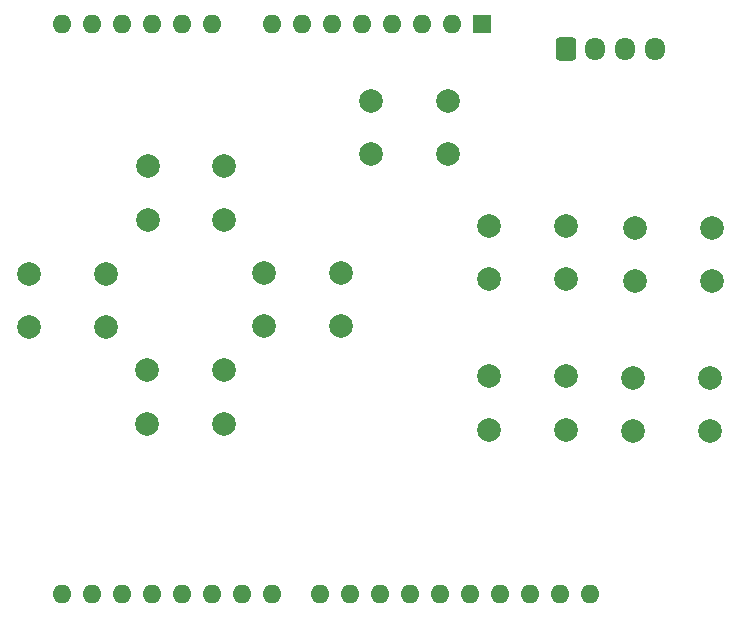
<source format=gbr>
%TF.GenerationSoftware,KiCad,Pcbnew,(6.0.6)*%
%TF.CreationDate,2022-11-26T23:59:25-08:00*%
%TF.ProjectId,AS-OPEN9BTN-UNOSHLD-01,41532d4f-5045-44e3-9942-544e2d554e4f,rev?*%
%TF.SameCoordinates,Original*%
%TF.FileFunction,Soldermask,Bot*%
%TF.FilePolarity,Negative*%
%FSLAX46Y46*%
G04 Gerber Fmt 4.6, Leading zero omitted, Abs format (unit mm)*
G04 Created by KiCad (PCBNEW (6.0.6)) date 2022-11-26 23:59:25*
%MOMM*%
%LPD*%
G01*
G04 APERTURE LIST*
G04 Aperture macros list*
%AMRoundRect*
0 Rectangle with rounded corners*
0 $1 Rounding radius*
0 $2 $3 $4 $5 $6 $7 $8 $9 X,Y pos of 4 corners*
0 Add a 4 corners polygon primitive as box body*
4,1,4,$2,$3,$4,$5,$6,$7,$8,$9,$2,$3,0*
0 Add four circle primitives for the rounded corners*
1,1,$1+$1,$2,$3*
1,1,$1+$1,$4,$5*
1,1,$1+$1,$6,$7*
1,1,$1+$1,$8,$9*
0 Add four rect primitives between the rounded corners*
20,1,$1+$1,$2,$3,$4,$5,0*
20,1,$1+$1,$4,$5,$6,$7,0*
20,1,$1+$1,$6,$7,$8,$9,0*
20,1,$1+$1,$8,$9,$2,$3,0*%
G04 Aperture macros list end*
%ADD10C,2.000000*%
%ADD11RoundRect,0.250000X-0.600000X-0.725000X0.600000X-0.725000X0.600000X0.725000X-0.600000X0.725000X0*%
%ADD12O,1.700000X1.950000*%
%ADD13O,1.600000X1.600000*%
%ADD14R,1.600000X1.600000*%
G04 APERTURE END LIST*
D10*
%TO.C,SW9*%
X75817800Y-73873800D03*
X69317800Y-73873800D03*
X69317800Y-78373800D03*
X75817800Y-78373800D03*
%TD*%
%TO.C,SW8*%
X56920200Y-79411000D03*
X50420200Y-79411000D03*
X50420200Y-83911000D03*
X56920200Y-83911000D03*
%TD*%
%TO.C,SW7*%
X56869400Y-96683000D03*
X50369400Y-96683000D03*
X50369400Y-101183000D03*
X56869400Y-101183000D03*
%TD*%
%TO.C,SW6*%
X46912600Y-88478800D03*
X40412600Y-88478800D03*
X40412600Y-92978800D03*
X46912600Y-92978800D03*
%TD*%
%TO.C,SW5*%
X66750000Y-88453400D03*
X60250000Y-88453400D03*
X60250000Y-92953400D03*
X66750000Y-92953400D03*
%TD*%
%TO.C,SW4*%
X85800000Y-84440200D03*
X79300000Y-84440200D03*
X79300000Y-88940200D03*
X85800000Y-88940200D03*
%TD*%
%TO.C,SW3*%
X98194000Y-84582000D03*
X91694000Y-84582000D03*
X91694000Y-89082000D03*
X98194000Y-89082000D03*
%TD*%
%TO.C,SW2*%
X97990800Y-97307400D03*
X91490800Y-97307400D03*
X91490800Y-101807400D03*
X97990800Y-101807400D03*
%TD*%
%TO.C,SW1*%
X85825400Y-97191000D03*
X79325400Y-97191000D03*
X79325400Y-101691000D03*
X85825400Y-101691000D03*
%TD*%
D11*
%TO.C,J1*%
X85835800Y-69426600D03*
D12*
X88335800Y-69426600D03*
X90835800Y-69426600D03*
X93335800Y-69426600D03*
%TD*%
D13*
%TO.C,A1*%
X87905400Y-115595400D03*
X85365400Y-115595400D03*
X82825400Y-115595400D03*
X80285400Y-115595400D03*
X77745400Y-115595400D03*
X75205400Y-115595400D03*
X72665400Y-115595400D03*
X70125400Y-115595400D03*
X67585400Y-115595400D03*
X65045400Y-115595400D03*
X60985400Y-115595400D03*
X58445400Y-115595400D03*
X55905400Y-115595400D03*
X53365400Y-115595400D03*
X50825400Y-115595400D03*
X48285400Y-115595400D03*
X45745400Y-115595400D03*
X43205400Y-115595400D03*
X43205400Y-67335400D03*
X45745400Y-67335400D03*
X48285400Y-67335400D03*
X50825400Y-67335400D03*
X53365400Y-67335400D03*
X55905400Y-67335400D03*
X60985400Y-67335400D03*
X63525400Y-67335400D03*
X66065400Y-67335400D03*
X68605400Y-67335400D03*
X71145400Y-67335400D03*
X73685400Y-67335400D03*
X76225400Y-67335400D03*
D14*
X78765400Y-67335400D03*
%TD*%
M02*

</source>
